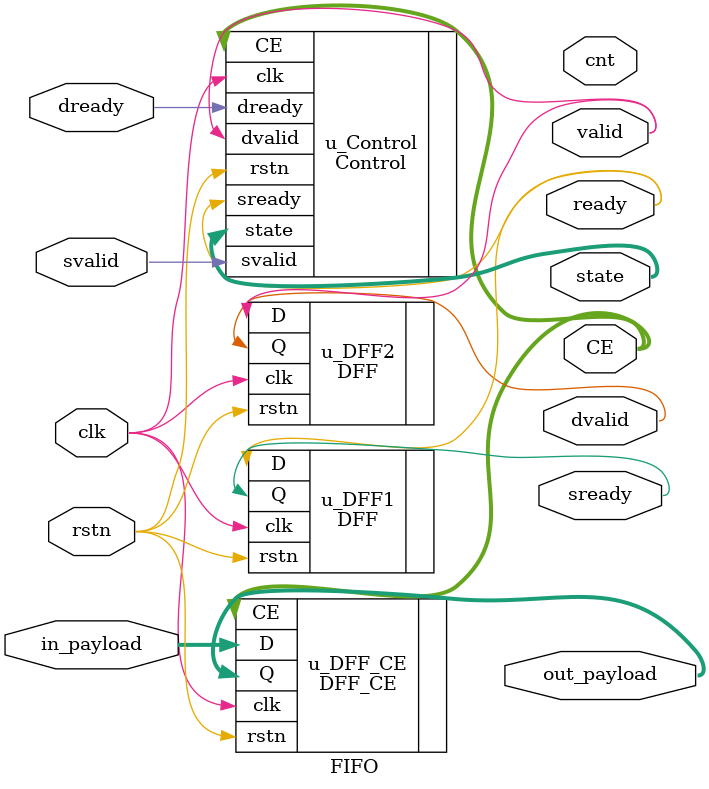
<source format=sv>
`timescale  1ns/10ps

`define     ID_WIDTH                3
`define     ADDR_WIDTH              32
`define     DATA_WIDTH              32


package payload_package;

    typedef struct packed{
        logic     [`ID_WIDTH-1:0]          ID;
        logic     [`ADDR_WIDTH-1:0]        ADDR;
        logic     [`DATA_WIDTH-1:0]        DATA;
    } payload_t;
    
endpackage


module FIFO(
    // Global Signal
    input   wire                    clk,
    input   wire                    rstn,

    //source siganl

    input   payload_package::payload_t  in_payload,
    output  wire                        sready,             
    input   wire                        svalid,

    //destination signal
    output  payload_package::payload_t  out_payload,
    input   wire                        dready,
    output  wire                        dvalid,
    output  wire    [1:0]               CE,
    output  wire                        ready,valid,

    output  wire                        cnt,
    output  wire    [2:0]               state
);
    localparam  payload_legnth  =   $bits(in_payload);

    wire                            ready;
    wire                            valid;

    //wire        [1:0]               CE;

    Control u_Control(.clk(clk),.rstn(rstn),.svalid(svalid),.sready(ready),.dvalid(valid),.dready(dready),.CE(CE),.state(state));

    DFF     u_DFF1(.clk(clk),.rstn(rstn),.D(ready),.Q(sready));
    DFF     u_DFF2(.clk(clk),.rstn(rstn),.D(valid),.Q(dvalid));

    DFF_CE #(.payload_len(payload_legnth)) u_DFF_CE(.clk(clk),.rstn(rstn),.CE(CE),.D(in_payload),.Q(out_payload));
 

endmodule
</source>
